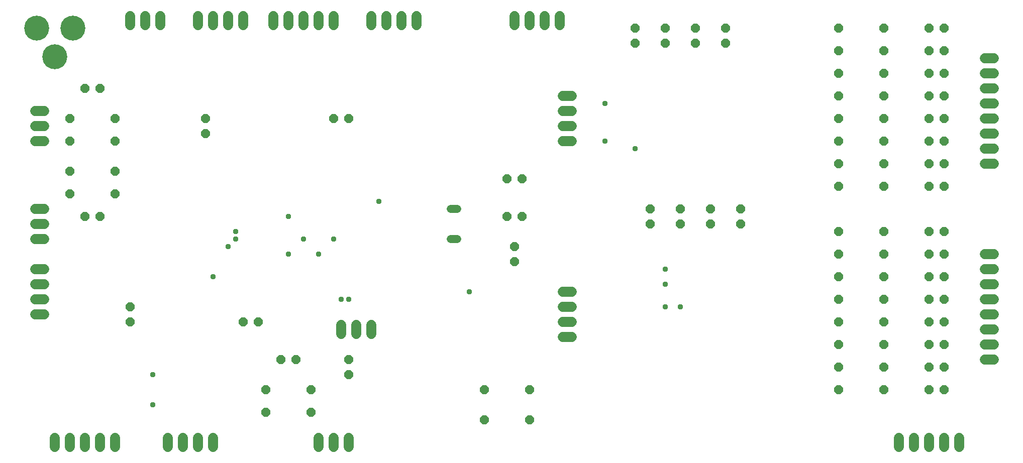
<source format=gbr>
G04 EAGLE Gerber RS-274X export*
G75*
%MOMM*%
%FSLAX34Y34*%
%LPD*%
%INSoldermask Bottom*%
%IPPOS*%
%AMOC8*
5,1,8,0,0,1.08239X$1,22.5*%
G01*
%ADD10P,1.649562X8X22.500000*%
%ADD11P,1.649562X8X202.500000*%
%ADD12P,1.649562X8X112.500000*%
%ADD13C,1.727200*%
%ADD14C,1.320800*%
%ADD15C,4.203200*%
%ADD16C,0.959600*%


D10*
X127000Y431800D03*
X152400Y431800D03*
D11*
X863600Y495300D03*
X838200Y495300D03*
X863600Y431800D03*
X838200Y431800D03*
D12*
X203200Y254000D03*
X203200Y279400D03*
D10*
X546100Y596900D03*
X571500Y596900D03*
X393700Y254000D03*
X419100Y254000D03*
D12*
X850900Y355600D03*
X850900Y381000D03*
X330200Y571500D03*
X330200Y596900D03*
X571500Y165100D03*
X571500Y190500D03*
D10*
X457200Y190500D03*
X482600Y190500D03*
X127000Y647700D03*
X152400Y647700D03*
D13*
X76200Y58420D02*
X76200Y43180D01*
X101600Y43180D02*
X101600Y58420D01*
X127000Y58420D02*
X127000Y43180D01*
X152400Y43180D02*
X152400Y58420D01*
X177800Y58420D02*
X177800Y43180D01*
D14*
X743712Y393700D02*
X754888Y393700D01*
X754888Y444500D02*
X743712Y444500D01*
D10*
X101600Y469900D03*
X177800Y469900D03*
X800100Y88900D03*
X876300Y88900D03*
X101600Y508000D03*
X177800Y508000D03*
X101600Y558800D03*
X177800Y558800D03*
X101600Y596900D03*
X177800Y596900D03*
X431800Y139700D03*
X508000Y139700D03*
X431800Y101600D03*
X508000Y101600D03*
X800100Y139700D03*
X876300Y139700D03*
D13*
X342900Y58420D02*
X342900Y43180D01*
X317500Y43180D02*
X317500Y58420D01*
X292100Y58420D02*
X292100Y43180D01*
X266700Y43180D02*
X266700Y58420D01*
X58420Y558800D02*
X43180Y558800D01*
X43180Y584200D02*
X58420Y584200D01*
X58420Y609600D02*
X43180Y609600D01*
X571500Y58420D02*
X571500Y43180D01*
X546100Y43180D02*
X546100Y58420D01*
X520700Y58420D02*
X520700Y43180D01*
X932180Y558800D02*
X947420Y558800D01*
X947420Y584200D02*
X932180Y584200D01*
X932180Y609600D02*
X947420Y609600D01*
X947420Y635000D02*
X932180Y635000D01*
X932180Y228600D02*
X947420Y228600D01*
X947420Y254000D02*
X932180Y254000D01*
X932180Y279400D02*
X947420Y279400D01*
X947420Y304800D02*
X932180Y304800D01*
X850900Y754380D02*
X850900Y769620D01*
X876300Y769620D02*
X876300Y754380D01*
X901700Y754380D02*
X901700Y769620D01*
X927100Y769620D02*
X927100Y754380D01*
X609600Y754380D02*
X609600Y769620D01*
X635000Y769620D02*
X635000Y754380D01*
X660400Y754380D02*
X660400Y769620D01*
X685800Y769620D02*
X685800Y754380D01*
X317500Y754380D02*
X317500Y769620D01*
X342900Y769620D02*
X342900Y754380D01*
X368300Y754380D02*
X368300Y769620D01*
X393700Y769620D02*
X393700Y754380D01*
X58420Y266700D02*
X43180Y266700D01*
X43180Y292100D02*
X58420Y292100D01*
X58420Y317500D02*
X43180Y317500D01*
X43180Y342900D02*
X58420Y342900D01*
X609600Y248920D02*
X609600Y233680D01*
X584200Y233680D02*
X584200Y248920D01*
X558800Y248920D02*
X558800Y233680D01*
X58420Y393700D02*
X43180Y393700D01*
X43180Y419100D02*
X58420Y419100D01*
X58420Y444500D02*
X43180Y444500D01*
X444500Y754380D02*
X444500Y769620D01*
X469900Y769620D02*
X469900Y754380D01*
X495300Y754380D02*
X495300Y769620D01*
X520700Y769620D02*
X520700Y754380D01*
X546100Y754380D02*
X546100Y769620D01*
X203200Y769620D02*
X203200Y754380D01*
X228600Y754380D02*
X228600Y769620D01*
X254000Y769620D02*
X254000Y754380D01*
X1643380Y368300D02*
X1658620Y368300D01*
X1658620Y342900D02*
X1643380Y342900D01*
X1643380Y317500D02*
X1658620Y317500D01*
X1658620Y292100D02*
X1643380Y292100D01*
X1643380Y266700D02*
X1658620Y266700D01*
X1658620Y241300D02*
X1643380Y241300D01*
X1643380Y215900D02*
X1658620Y215900D01*
X1658620Y190500D02*
X1643380Y190500D01*
X1643380Y698500D02*
X1658620Y698500D01*
X1658620Y673100D02*
X1643380Y673100D01*
X1643380Y647700D02*
X1658620Y647700D01*
X1658620Y622300D02*
X1643380Y622300D01*
X1643380Y596900D02*
X1658620Y596900D01*
X1658620Y571500D02*
X1643380Y571500D01*
X1643380Y546100D02*
X1658620Y546100D01*
X1658620Y520700D02*
X1643380Y520700D01*
D12*
X1054100Y723900D03*
X1054100Y749300D03*
X1104900Y723900D03*
X1104900Y749300D03*
X1181100Y419100D03*
X1181100Y444500D03*
X1231900Y419100D03*
X1231900Y444500D03*
X1079500Y419100D03*
X1079500Y444500D03*
X1130300Y419100D03*
X1130300Y444500D03*
X1155700Y723900D03*
X1155700Y749300D03*
X1206500Y723900D03*
X1206500Y749300D03*
D10*
X1549400Y482600D03*
X1574800Y482600D03*
X1549400Y520700D03*
X1574800Y520700D03*
X1549400Y558800D03*
X1574800Y558800D03*
X1549400Y596900D03*
X1574800Y596900D03*
X1549400Y635000D03*
X1574800Y635000D03*
X1549400Y673100D03*
X1574800Y673100D03*
X1549400Y711200D03*
X1574800Y711200D03*
X1549400Y749300D03*
X1574800Y749300D03*
X1549400Y139700D03*
X1574800Y139700D03*
X1549400Y177800D03*
X1574800Y177800D03*
X1549400Y215900D03*
X1574800Y215900D03*
X1549400Y254000D03*
X1574800Y254000D03*
X1549400Y292100D03*
X1574800Y292100D03*
X1549400Y330200D03*
X1574800Y330200D03*
X1549400Y368300D03*
X1574800Y368300D03*
X1549400Y406400D03*
X1574800Y406400D03*
X1397000Y139700D03*
X1473200Y139700D03*
X1397000Y177800D03*
X1473200Y177800D03*
X1397000Y215900D03*
X1473200Y215900D03*
X1397000Y254000D03*
X1473200Y254000D03*
X1397000Y292100D03*
X1473200Y292100D03*
X1397000Y330200D03*
X1473200Y330200D03*
X1397000Y368300D03*
X1473200Y368300D03*
X1397000Y406400D03*
X1473200Y406400D03*
X1397000Y482600D03*
X1473200Y482600D03*
X1397000Y520700D03*
X1473200Y520700D03*
X1397000Y558800D03*
X1473200Y558800D03*
X1397000Y596900D03*
X1473200Y596900D03*
X1397000Y635000D03*
X1473200Y635000D03*
X1397000Y673100D03*
X1473200Y673100D03*
X1397000Y711200D03*
X1473200Y711200D03*
X1397000Y749300D03*
X1473200Y749300D03*
D15*
X107200Y749300D03*
X76200Y701300D03*
X46200Y749300D03*
D13*
X1498600Y58420D02*
X1498600Y43180D01*
X1524000Y43180D02*
X1524000Y58420D01*
X1549400Y58420D02*
X1549400Y43180D01*
X1574800Y43180D02*
X1574800Y58420D01*
X1600200Y58420D02*
X1600200Y43180D01*
D16*
X368300Y381000D03*
X469900Y431800D03*
X469900Y368300D03*
X495300Y393700D03*
X520700Y368300D03*
X546100Y393700D03*
X1054100Y546100D03*
X1130300Y279400D03*
X558800Y292100D03*
X571500Y292100D03*
X241300Y114300D03*
X241300Y165100D03*
X381000Y406400D03*
X381000Y393700D03*
X622300Y457200D03*
X774700Y304800D03*
X1104900Y342900D03*
X1104900Y279400D03*
X1104900Y317500D03*
X1003300Y558800D03*
X1003300Y622300D03*
X342900Y330200D03*
M02*

</source>
